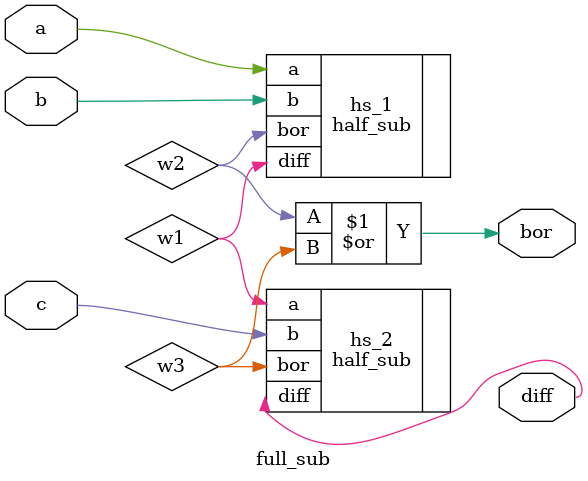
<source format=v>
`timescale 1ns / 1ps


module full_sub(
    input a,
    input b,
    input c,
    output diff,
    output bor
    );
    half_sub hs_1(.a(a),.b(b),.diff(w1),.bor(w2));
    half_sub hs_2(.a(w1),.b(c),.diff(diff),.bor(w3));
    or or_1(bor,w2,w3);
endmodule

</source>
